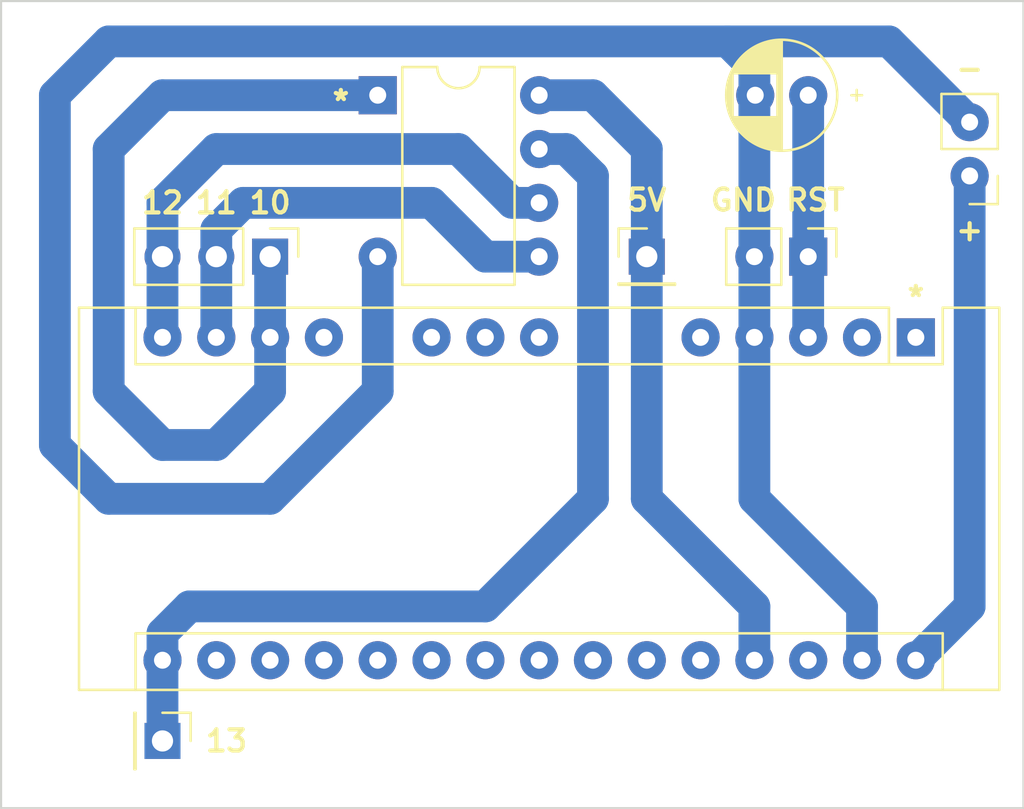
<source format=kicad_pcb>
(kicad_pcb (version 20211014) (generator pcbnew)
  (layers (0 "F.Cu" signal) (31 "B.Cu" signal) (34 "B.Paste" user) (35 "F.Paste" user) (36 "B.SilkS" user "B.Silkscreen") (37 "F.SilkS" user "F.Silkscreen") (38 "B.Mask" user) (39 "F.Mask" user) (44 "Edge.Cuts" user))
  (net 0 "")
  (net 1 "Net-(C1-Pad1)")
  (net 2 "GND")
  (net 3 "+5V")
  (net 4 "Net-(J5-Pad1)")
  (net 22 "Net-(U1-Pad27)")
  (net 24 "Net-(J4-Pad1)")
  (net 25 "Net-(J4-Pad2)")
  (net 26 "Net-(J4-Pad3)")
  (footprint "Connector_PinHeader_2.54mm:PinHeader_1x01_P2.54mm_Vertical" (layer "F.Cu") (at 154.94 90.17)
    (fp_text reference "J2" hide)
    (fp_text value "01x01" hide)
    (fp_line (start -1.33 -1.33) (end 0 -1.33) (layer "F.SilkS") (width 0.12))
    (fp_line (start -1.33 1.33) (end 1.33 1.33) (layer "F.SilkS") (width 0.12))
    (fp_line (start 1.33 1.27) (end 1.33 1.33) (layer "F.SilkS") (width 0.12))
    (fp_line (start -1.33 1.27) (end 1.33 1.27) (layer "F.SilkS") (width 0.12))
    (fp_line (start -1.33 1.27) (end -1.33 1.33) (layer "F.SilkS") (width 0.12))
    (fp_line (start -1.33 0) (end -1.33 -1.33) (layer "F.SilkS") (width 0.12))
    (pad "1" thru_hole rect (at 0 0) (size 1.7 1.7) (drill 1) (layers *.Cu *.Mask) (net 22 "Net-(U1-Pad27)"))
  )
  (footprint "Connector_PinHeader_2.54mm:PinHeader_1x01_P2.54mm_Vertical" (layer "F.Cu") (at 132.08 113.03 -90)
    (fp_text reference "J5" hide)
    (fp_text value "01x01" hide)
    (fp_line (start -1.33 0) (end -1.33 -1.33) (layer "F.SilkS") (width 0.12))
    (fp_line (start -1.33 1.27) (end -1.33 1.33) (layer "F.SilkS") (width 0.12))
    (fp_line (start -1.33 1.27) (end 1.33 1.27) (layer "F.SilkS") (width 0.12))
    (fp_line (start 1.33 1.27) (end 1.33 1.33) (layer "F.SilkS") (width 0.12))
    (fp_line (start -1.33 1.33) (end 1.33 1.33) (layer "F.SilkS") (width 0.12))
    (fp_line (start -1.33 -1.33) (end 0 -1.33) (layer "F.SilkS") (width 0.12))
    (pad "1" thru_hole rect (at 0 0 270) (size 1.7 1.7) (drill 1) (layers *.Cu *.Mask) (net 4 "Net-(J5-Pad1)"))
  )
  (footprint "Module:Arduino_Nano" (layer "F.Cu") (at 167.64 93.98 -90)
    (fp_text reference "U1" hide)
    (fp_text value "Arduino Nano v3.x")
    (fp_line (start 13.97 36.83) (end 16.64 36.83) (layer "F.SilkS") (width 0.12))
    (fp_line (start -1.4 -3.94) (end -1.4 -1.27) (layer "F.SilkS") (width 0.12))
    (fp_line (start 16.64 -3.94) (end -1.4 -3.94) (layer "F.SilkS") (width 0.12))
    (fp_line (start 13.97 -1.27) (end 16.64 -1.27) (layer "F.SilkS") (width 0.12))
    (fp_line (start 1.27 36.83) (end -1.4 36.83) (layer "F.SilkS") (width 0.12))
    (fp_line (start 1.27 1.27) (end 1.27 -1.27) (layer "F.SilkS") (width 0.12))
    (fp_line (start 1.27 -1.27) (end -1.4 -1.27) (layer "F.SilkS") (width 0.12))
    (fp_line (start 13.97 -1.27) (end 13.97 36.83) (layer "F.SilkS") (width 0.12))
    (fp_line (start -1.4 1.27) (end -1.4 39.5) (layer "F.SilkS") (width 0.12))
    (fp_line (start 16.64 39.5) (end 16.64 -3.94) (layer "F.SilkS") (width 0.12))
    (fp_line (start 1.27 1.27) (end 1.27 36.83) (layer "F.SilkS") (width 0.12))
    (fp_line (start -1.4 39.5) (end 16.64 39.5) (layer "F.SilkS") (width 0.12))
    (fp_line (start 1.27 1.27) (end -1.4 1.27) (layer "F.SilkS") (width 0.12))
    (pad "1" thru_hole rect (at 0 0 270) (size 1.8 1.8) (drill 0.8) (layers *.Cu *.Mask))
    (pad "2" thru_hole circle (at 0 2.54 270) (size 1.8 1.8) (drill 0.8) (layers *.Cu *.Mask))
    (pad "3" thru_hole circle (at 0 5.08 270) (size 1.8 1.8) (drill 0.8) (layers *.Cu *.Mask) (net 1 "Net-(C1-Pad1)"))
    (pad "4" thru_hole circle (at 0 7.62 270) (size 1.8 1.8) (drill 0.8) (layers *.Cu *.Mask) (net 2 "GND"))
    (pad "5" thru_hole circle (at 0 10.16 270) (size 1.8 1.8) (drill 0.8) (layers *.Cu *.Mask))
    (pad "8" thru_hole circle (at 0 17.78 270) (size 1.8 1.8) (drill 0.8) (layers *.Cu *.Mask))
    (pad "9" thru_hole circle (at 0 20.32 270) (size 1.8 1.8) (drill 0.8) (layers *.Cu *.Mask))
    (pad "10" thru_hole circle (at 0 22.86 270) (size 1.8 1.8) (drill 0.8) (layers *.Cu *.Mask))
    (pad "12" thru_hole circle (at 0 27.94 270) (size 1.8 1.8) (drill 0.8) (layers *.Cu *.Mask))
    (pad "13" thru_hole circle (at 0 30.48 270) (size 1.8 1.8) (drill 0.8) (layers *.Cu *.Mask) (net 24 "Net-(J4-Pad1)"))
    (pad "14" thru_hole circle (at 0 33.02 270) (size 1.8 1.8) (drill 0.8) (layers *.Cu *.Mask) (net 25 "Net-(J4-Pad2)"))
    (pad "15" thru_hole circle (at 0 35.56 270) (size 1.8 1.8) (drill 0.8) (layers *.Cu *.Mask) (net 26 "Net-(J4-Pad3)"))
    (pad "16" thru_hole circle (at 15.24 35.56 270) (size 1.8 1.8) (drill 0.8) (layers *.Cu *.Mask) (net 4 "Net-(J5-Pad1)"))
    (pad "17" thru_hole circle (at 15.24 33.02 270) (size 1.8 1.8) (drill 0.8) (layers *.Cu *.Mask))
    (pad "18" thru_hole circle (at 15.24 30.48 270) (size 1.8 1.8) (drill 0.8) (layers *.Cu *.Mask))
    (pad "19" thru_hole circle (at 15.24 27.94 270) (size 1.8 1.8) (drill 0.8) (layers *.Cu *.Mask))
    (pad "20" thru_hole circle (at 15.24 25.4 270) (size 1.8 1.8) (drill 0.8) (layers *.Cu *.Mask))
    (pad "21" thru_hole circle (at 15.24 22.86 270) (size 1.8 1.8) (drill 0.8) (layers *.Cu *.Mask))
    (pad "22" thru_hole circle (at 15.24 20.32 270) (size 1.8 1.8) (drill 0.8) (layers *.Cu *.Mask))
    (pad "23" thru_hole circle (at 15.24 17.78 270) (size 1.8 1.8) (drill 0.8) (layers *.Cu *.Mask))
    (pad "24" thru_hole circle (at 15.24 15.24 270) (size 1.8 1.8) (drill 0.8) (layers *.Cu *.Mask))
    (pad "25" thru_hole circle (at 15.24 12.7 270) (size 1.8 1.8) (drill 0.8) (layers *.Cu *.Mask))
    (pad "26" thru_hole circle (at 15.24 10.16 270) (size 1.8 1.8) (drill 0.8) (layers *.Cu *.Mask))
    (pad "27" thru_hole circle (at 15.24 7.62 270) (size 1.8 1.8) (drill 0.8) (layers *.Cu *.Mask) (net 22 "Net-(U1-Pad27)"))
    (pad "28" thru_hole circle (at 15.24 5.08 270) (size 1.8 1.8) (drill 0.8) (layers *.Cu *.Mask))
    (pad "29" thru_hole circle (at 15.24 2.54 270) (size 1.8 1.8) (drill 0.8) (layers *.Cu *.Mask) (net 2 "GND"))
    (pad "30" thru_hole circle (at 15.24 0 270) (size 1.8 1.8) (drill 0.8) (layers *.Cu *.Mask) (net 3 "+5V"))
  )
  (footprint "Package_DIP:DIP-8_W7.62mm" (layer "F.Cu") (at 142.24 82.55)
    (fp_text reference "U2" hide)
    (fp_text value "ATtiny85")
    (fp_line (start 1.16 8.95) (end 6.46 8.95) (layer "F.SilkS") (width 0.12))
    (fp_line (start 1.16 -1.33) (end 1.16 8.95) (layer "F.SilkS") (width 0.12))
    (fp_line (start 6.46 8.95) (end 6.46 -1.33) (layer "F.SilkS") (width 0.12))
    (fp_line (start 6.46 -1.33) (end 4.81 -1.33) (layer "F.SilkS") (width 0.12))
    (fp_line (start 2.81 -1.33) (end 1.16 -1.33) (layer "F.SilkS") (width 0.12))
    (fp_arc (start 4.81 -1.33) (mid 3.81 -0.33) (end 2.81 -1.33) (layer "F.SilkS") (width 0.12))
    (pad "1" thru_hole rect (at 0 0) (size 1.8 1.8) (drill 0.8) (layers *.Cu *.Mask) (net 24 "Net-(J4-Pad1)"))
    (pad "4" thru_hole circle (at 0 7.62) (size 1.8 1.8) (drill 0.8) (layers *.Cu *.Mask) (net 2 "GND"))
    (pad "5" thru_hole circle (at 7.62 7.62) (size 1.8 1.8) (drill 0.8) (layers *.Cu *.Mask) (net 25 "Net-(J4-Pad2)"))
    (pad "6" thru_hole circle (at 7.62 5.08) (size 1.8 1.8) (drill 0.8) (layers *.Cu *.Mask) (net 26 "Net-(J4-Pad3)"))
    (pad "7" thru_hole circle (at 7.62 2.54) (size 1.8 1.8) (drill 0.8) (layers *.Cu *.Mask) (net 4 "Net-(J5-Pad1)"))
    (pad "8" thru_hole circle (at 7.62 0) (size 1.8 1.8) (drill 0.8) (layers *.Cu *.Mask) (net 22 "Net-(U1-Pad27)"))
  )
  (footprint "Connector_PinHeader_2.54mm:PinHeader_1x02_P2.54mm_Vertical" (layer "F.Cu") (at 162.56 90.17 -90)
    (fp_text reference "J3" hide)
    (fp_text value "01x02" hide)
    (fp_line (start -1.33 0) (end -1.33 -1.33) (layer "F.SilkS") (width 0.12))
    (fp_line (start 1.33 1.27) (end 1.33 3.87) (layer "F.SilkS") (width 0.12))
    (fp_line (start -1.33 1.27) (end -1.33 3.87) (layer "F.SilkS") (width 0.12))
    (fp_line (start -1.33 -1.33) (end 0 -1.33) (layer "F.SilkS") (width 0.12))
    (fp_line (start -1.33 3.87) (end 1.33 3.87) (layer "F.SilkS") (width 0.12))
    (fp_line (start -1.33 1.27) (end 1.33 1.27) (layer "F.SilkS") (width 0.12))
    (pad "1" thru_hole rect (at 0 0 270) (size 1.8 1.8) (drill 0.8) (layers *.Cu *.Mask) (net 1 "Net-(C1-Pad1)"))
    (pad "2" thru_hole circle (at 0 2.54 270) (size 1.8 1.8) (drill 0.8) (layers *.Cu *.Mask) (net 2 "GND"))
  )
  (footprint "Capacitor_THT:CP_Radial_D5.0mm_P2.50mm" (layer "F.Cu") (at 162.56 82.55 180)
    (fp_text reference "C1" hide)
    (fp_text value "10uF")
    (fp_line (start 2.331 1.04) (end 2.331 2.348) (layer "F.SilkS") (width 0.12))
    (fp_line (start 1.81 -2.52) (end 1.81 -1.04) (layer "F.SilkS") (width 0.12))
    (fp_line (start -2.29 -0.25) (end -2.29 0.25) (layer "F.SilkS") (width 0.12))
    (fp_line (start 2.611 1.04) (end 2.611 2.2) (layer "F.SilkS") (width 0.12))
    (fp_line (start 2.131 1.04) (end 2.131 2.428) (layer "F.SilkS") (width 0.12))
    (fp_line (start 2.411 1.04) (end 2.411 2.31) (layer "F.SilkS") (width 0.12))
    (fp_line (start 3.451 1.04) (end 3.451 1.383) (layer "F.SilkS") (width 0.12))
    (fp_line (start 2.091 1.04) (end 2.091 2.442) (layer "F.SilkS") (width 0.12))
    (fp_line (start 1.45 -2.573) (end 1.45 2.573) (layer "F.SilkS") (width 0.12))
    (fp_line (start 2.691 -2.149) (end 2.691 -1.04) (layer "F.SilkS") (width 0.12))
    (fp_line (start 3.491 1.04) (end 3.491 1.319) (layer "F.SilkS") (width 0.12))
    (fp_line (start 3.251 1.04) (end 3.251 1.653) (layer "F.SilkS") (width 0.12))
    (fp_line (start 3.691 -0.915) (end 3.691 0.915) (layer "F.SilkS") (width 0.12))
    (fp_line (start 2.931 -1.971) (end 2.931 -1.04) (layer "F.SilkS") (width 0.12))
    (fp_line (start 2.491 1.04) (end 2.491 2.268) (layer "F.SilkS") (width 0.12))
    (fp_line (start 1.25 -2.58) (end 1.25 2.58) (layer "F.SilkS") (width 0.12))
    (fp_line (start 2.891 -2.004) (end 2.891 -1.04) (layer "F.SilkS") (width 0.12))
    (fp_line (start 3.411 1.04) (end 3.411 1.443) (layer "F.SilkS") (width 0.12))
    (fp_line (start 1.93 1.04) (end 1.93 2.491) (layer "F.SilkS") (width 0.12))
    (fp_line (start 2.771 -2.095) (end 2.771 -1.04) (layer "F.SilkS") (width 0.12))
    (fp_line (start 3.171 1.04) (end 3.171 1.743) (layer "F.SilkS") (width 0.12))
    (fp_line (start 3.291 1.04) (end 3.291 1.605) (layer "F.SilkS") (width 0.12))
    (fp_line (start 1.53 1.04) (end 1.53 2.565) (layer "F.SilkS") (width 0.12))
    (fp_line (start 3.371 -1.5) (end 3.371 -1.04) (layer "F.SilkS") (width 0.12))
    (fp_line (start 1.89 -2.501) (end 1.89 -1.04) (layer "F.SilkS") (width 0.12))
    (fp_line (start 2.891 1.04) (end 2.891 2.004) (layer "F.SilkS") (width 0.12))
    (fp_line (start 2.051 1.04) (end 2.051 2.455) (layer "F.SilkS") (width 0.12))
    (fp_line (start 2.451 1.04) (end 2.451 2.29) (layer "F.SilkS") (width 0.12))
    (fp_line (start 2.651 -2.175) (end 2.651 -1.04) (layer "F.SilkS") (width 0.12))
    (fp_line (start 1.61 -2.556) (end 1.61 -1.04) (layer "F.SilkS") (width 0.12))
    (fp_line (start 3.811 -0.518) (end 3.811 0.518) (layer "F.SilkS") (width 0.12))
    (fp_line (start 1.37 -2.578) (end 1.37 2.578) (layer "F.SilkS") (width 0.12))
    (fp_line (start 1.77 -2.528) (end 1.77 -1.04) (layer "F.SilkS") (width 0.12))
    (fp_line (start 1.57 1.04) (end 1.57 2.561) (layer "F.SilkS") (width 0.12))
    (fp_line (start 2.931 1.04) (end 2.931 1.971) (layer "F.SilkS") (width 0.12))
    (fp_line (start 3.331 1.04) (end 3.331 1.554) (layer "F.SilkS") (width 0.12))
    (fp_line (start 3.251 -1.653) (end 3.251 -1.04) (layer "F.SilkS") (width 0.12))
    (fp_line (start 3.091 -1.826) (end 3.091 -1.04) (layer "F.SilkS") (width 0.12))
    (fp_line (start 2.371 1.04) (end 2.371 2.329) (layer "F.SilkS") (width 0.12))
    (fp_line (start 2.491 -2.268) (end 2.491 -1.04) (layer "F.SilkS") (width 0.12))
    (fp_line (start 1.29 -2.58) (end 1.29 2.58) (layer "F.SilkS") (width 0.12))
    (fp_line (start 2.811 -2.065) (end 2.811 -1.04) (layer "F.SilkS") (width 0.12))
    (fp_line (start 3.011 1.04) (end 3.011 1.901) (layer "F.SilkS") (width 0.12))
    (fp_line (start 2.851 -2.035) (end 2.851 -1.04) (layer "F.SilkS") (width 0.12))
    (fp_line (start 3.211 -1.699) (end 3.211 -1.04) (layer "F.SilkS") (width 0.12))
    (fp_line (start 2.251 -2.382) (end 2.251 -1.04) (layer "F.SilkS") (width 0.12))
    (fp_line (start 2.971 -1.937) (end 2.971 -1.04) (layer "F.SilkS") (width 0.12))
    (fp_line (start 3.371 1.04) (end 3.371 1.5) (layer "F.SilkS") (width 0.12))
    (fp_line (start 1.89 1.04) (end 1.89 2.501) (layer "F.SilkS") (width 0.12))
    (fp_line (start 1.93 -2.491) (end 1.93 -1.04) (layer "F.SilkS") (width 0.12))
    (fp_line (start 2.731 1.04) (end 2.731 2.122) (layer "F.SilkS") (width 0.12))
    (fp_line (start 3.651 -1.011) (end 3.651 1.011) (layer "F.SilkS") (width 0.12))
    (fp_line (start 2.291 -2.365) (end 2.291 -1.04) (layer "F.SilkS") (width 0.12))
    (fp_line (start 1.77 1.04) (end 1.77 2.528) (layer "F.SilkS") (width 0.12))
    (fp_line (start 1.65 1.04) (end 1.65 2.55) (layer "F.SilkS") (width 0.12))
    (fp_line (start 2.811 1.04) (end 2.811 2.065) (layer "F.SilkS") (width 0.12))
    (fp_line (start 1.81 1.04) (end 1.81 2.52) (layer "F.SilkS") (width 0.12))
    (fp_line (start 3.291 -1.605) (end 3.291 -1.04) (layer "F.SilkS") (width 0.12))
    (fp_line (start 1.69 1.04) (end 1.69 2.543) (layer "F.SilkS") (width 0.12))
    (fp_line (start 2.611 -2.2) (end 2.611 -1.04) (layer "F.SilkS") (width 0.12))
    (fp_line (start 2.291 1.04) (end 2.291 2.365) (layer "F.SilkS") (width 0.12))
    (fp_line (start 2.571 1.04) (end 2.571 2.224) (layer "F.SilkS") (width 0.12))
    (fp_line (start 1.73 -2.536) (end 1.73 -1.04) (layer "F.SilkS") (width 0.12))
    (fp_line (start 2.251 1.04) (end 2.251 2.382) (layer "F.SilkS") (width 0.12))
    (fp_line (start 3.411 -1.443) (end 3.411 -1.04) (layer "F.SilkS") (width 0.12))
    (fp_line (start 3.011 -1.901) (end 3.011 -1.04) (layer "F.SilkS") (width 0.12))
    (fp_line (start 3.611 -1.098) (end 3.611 1.098) (layer "F.SilkS") (width 0.12))
    (fp_line (start 2.171 1.04) (end 2.171 2.414) (layer "F.SilkS") (width 0.12))
    (fp_line (start 1.85 1.04) (end 1.85 2.511) (layer "F.SilkS") (width 0.12))
    (fp_line (start 3.531 1.04) (end 3.531 1.251) (layer "F.SilkS") (width 0.12))
    (fp_line (start 3.571 -1.178) (end 3.571 1.178) (layer "F.SilkS") (width 0.12))
    (fp_line (start -2.54 0) (end -2.04 0) (layer "F.SilkS") (width 0.12))
    (fp_line (start 2.371 -2.329) (end 2.371 -1.04) (layer "F.SilkS") (width 0.12))
    (fp_line (start 3.491 -1.319) (end 3.491 -1.04) (layer "F.SilkS") (width 0.12))
    (fp_line (start 1.49 -2.569) (end 1.49 -1.04) (layer "F.SilkS") (width 0.12))
    (fp_line (start 1.41 -2.576) (end 1.41 2.576) (layer "F.SilkS") (width 0.12))
    (fp_line (start 3.451 -1.383) (end 3.451 -1.04) (layer "F.SilkS") (width 0.12))
    (fp_line (start 3.851 -0.284) (end 3.851 0.284) (layer "F.SilkS") (width 0.12))
    (fp_line (start 1.53 -2.565) (end 1.53 -1.04) (layer "F.SilkS") (width 0.12))
    (fp_line (start 2.091 -2.442) (end 2.091 -1.04) (layer "F.SilkS") (width 0.12))
    (fp_line (start 2.051 -2.455) (end 2.051 -1.04) (layer "F.SilkS") (width 0.12))
    (fp_line (start 2.691 1.04) (end 2.691 2.149) (layer "F.SilkS") (width 0.12))
    (fp_line (start 1.971 -2.48) (end 1.971 -1.04) (layer "F.SilkS") (width 0.12))
    (fp_line (start 2.011 -2.468) (end 2.011 -1.04) (layer "F.SilkS") (width 0.12))
    (fp_line (start 3.331 -1.554) (end 3.331 -1.04) (layer "F.SilkS") (width 0.12))
    (fp_line (start 2.211 1.04) (end 2.211 2.398) (layer "F.SilkS") (width 0.12))
    (fp_line (start 1.971 1.04) (end 1.971 2.48) (layer "F.SilkS") (width 0.12))
    (fp_line (start 1.73 1.04) (end 1.73 2.536) (layer "F.SilkS") (width 0.12))
    (fp_line (start 1.57 -2.561) (end 1.57 -1.04) (layer "F.SilkS") (width 0.12))
    (fp_line (start 3.771 -0.677) (end 3.771 0.677) (layer "F.SilkS") (width 0.12))
    (fp_line (start 1.69 -2.543) (end 1.69 -1.04) (layer "F.SilkS") (width 0.12))
    (fp_line (start 2.211 -2.398) (end 2.211 -1.04) (layer "F.SilkS") (width 0.12))
    (fp_line (start 2.971 1.04) (end 2.971 1.937) (layer "F.SilkS") (width 0.12))
    (fp_line (start 3.171 -1.743) (end 3.171 -1.04) (layer "F.SilkS") (width 0.12))
    (fp_line (start 1.49 1.04) (end 1.49 2.569) (layer "F.SilkS") (width 0.12))
    (fp_line (start 1.33 -2.579) (end 1.33 2.579) (layer "F.SilkS") (width 0.12))
    (fp_line (start 2.851 1.04) (end 2.851 2.035) (layer "F.SilkS") (width 0.12))
    (fp_line (start 2.651 1.04) (end 2.651 2.175) (layer "F.SilkS") (width 0.12))
    (fp_line (start 3.091 1.04) (end 3.091 1.826) (layer "F.SilkS") (width 0.12))
    (fp_line (start 1.85 -2.511) (end 1.85 -1.04) (layer "F.SilkS") (width 0.12))
    (fp_line (start 2.411 -2.31) (end 2.411 -1.04) (layer "F.SilkS") (width 0.12))
    (fp_line (start 2.771 1.04) (end 2.771 2.095) (layer "F.SilkS") (width 0.12))
    (fp_line (start 1.61 1.04) (end 1.61 2.556) (layer "F.SilkS") (width 0.12))
    (fp_line (start 2.011 1.04) (end 2.011 2.468) (layer "F.SilkS") (width 0.12))
    (fp_line (start 1.65 -2.55) (end 1.65 -1.04) (layer "F.SilkS") (width 0.12))
    (fp_line (start 2.531 1.04) (end 2.531 2.247) (layer "F.SilkS") (width 0.12))
    (fp_line (start 2.331 -2.348) (end 2.331 -1.04) (layer "F.SilkS") (width 0.12))
    (fp_line (start 3.211 1.04) (end 3.211 1.699) (layer "F.SilkS") (width 0.12))
    (fp_line (start 3.531 -1.251) (end 3.531 -1.04) (layer "F.SilkS") (width 0.12))
    (fp_line (start 2.531 -2.247) (end 2.531 -1.04) (layer "F.SilkS") (width 0.12))
    (fp_line (start 2.731 -2.122) (end 2.731 -1.04) (layer "F.SilkS") (width 0.12))
    (fp_line (start 3.131 -1.785) (end 3.131 -1.04) (layer "F.SilkS") (width 0.12))
    (fp_line (start 3.051 1.04) (end 3.051 1.864) (layer "F.SilkS") (width 0.12))
    (fp_line (start 3.131 1.04) (end 3.131 1.785) (layer "F.SilkS") (width 0.12))
    (fp_line (start 2.171 -2.414) (end 2.171 -1.04) (layer "F.SilkS") (width 0.12))
    (fp_line (start 2.131 -2.428) (end 2.131 -1.04) (layer "F.SilkS") (width 0.12))
    (fp_line (start 2.451 -2.29) (end 2.451 -1.04) (layer "F.SilkS") (width 0.12))
    (fp_line (start 3.051 -1.864) (end 3.051 -1.04) (layer "F.SilkS") (width 0.12))
    (fp_line (start 2.571 -2.224) (end 2.571 -1.04) (layer "F.SilkS") (width 0.12))
    (fp_line (start 3.731 -0.805) (end 3.731 0.805) (layer "F.SilkS") (width 0.12))
    (fp_circle (center 1.25 0) (end 3.87 0) (layer "F.SilkS") (width 0.12) (fill none))
    (pad "1" thru_hole circle (at 0 0 180) (size 1.8 1.8) (drill 0.8) (layers *.Cu *.Mask) (net 1 "Net-(C1-Pad1)"))
    (pad "2" thru_hole circle (at 2.5 0 180) (size 1.8 1.8) (drill 0.8) (layers *.Cu *.Mask) (net 2 "GND"))
  )
  (footprint "Connector_PinHeader_2.54mm:PinHeader_1x02_P2.54mm_Vertical" (layer "F.Cu") (at 170.18 86.36 180)
    (fp_text reference "J1" hide)
    (fp_text value "PWR NANO")
    (fp_line (start -1.33 0) (end -1.33 -1.33) (layer "F.SilkS") (width 0.12))
    (fp_line (start -1.33 -1.33) (end 0 -1.33) (layer "F.SilkS") (width 0.12))
    (fp_line (start -1.33 1.27) (end 1.33 1.27) (layer "F.SilkS") (width 0.12))
    (fp_line (start 1.33 1.27) (end 1.33 3.87) (layer "F.SilkS") (width 0.12))
    (fp_line (start -1.33 3.87) (end 1.33 3.87) (layer "F.SilkS") (width 0.12))
    (fp_line (start -1.33 1.27) (end -1.33 3.87) (layer "F.SilkS") (width 0.12))
    (pad "1" thru_hole circle (at 0 0 180) (size 1.8 1.8) (drill 0.8) (layers *.Cu *.Mask) (net 3 "+5V"))
    (pad "2" thru_hole circle (at 0 2.54 180) (size 1.8 1.8) (drill 0.8) (layers *.Cu *.Mask) (net 2 "GND"))
  )
  (footprint "Connector_PinHeader_2.54mm:PinHeader_1x03_P2.54mm_Vertical" (layer "F.Cu") (at 137.16 90.17 -90)
    (fp_text reference "J4" hide)
    (fp_text value "01x03" hide)
    (fp_line (start -1.33 0) (end -1.33 -1.33) (layer "F.SilkS") (width 0.12))
    (fp_line (start -1.33 6.41) (end 1.33 6.41) (layer "F.SilkS") (width 0.12))
    (fp_line (start 1.33 1.27) (end 1.33 6.41) (layer "F.SilkS") (width 0.12))
    (fp_line (start -1.33 -1.33) (end 0 -1.33) (layer "F.SilkS") (width 0.12))
    (fp_line (start -1.33 1.27) (end -1.33 6.41) (layer "F.SilkS") (width 0.12))
    (fp_line (start -1.33 1.27) (end 1.33 1.27) (layer "F.SilkS") (width 0.12))
    (pad "1" thru_hole rect (at 0 0 270) (size 1.7 1.7) (drill 1) (layers *.Cu *.Mask) (net 24 "Net-(J4-Pad1)"))
    (pad "2" thru_hole oval (at 0 2.54 270) (size 1.7 1.7) (drill 1) (layers *.Cu *.Mask) (net 25 "Net-(J4-Pad2)"))
    (pad "3" thru_hole oval (at 0 5.08 270) (size 1.7 1.7) (drill 1) (layers *.Cu *.Mask) (net 26 "Net-(J4-Pad3)"))
  )
  (gr_line (start 124.46 78.105) (end 124.46 116.205) (layer "Edge.Cuts") (width 0.1))
  (gr_line (start 172.72 78.105) (end 124.46 78.105) (layer "Edge.Cuts") (width 0.1))
  (gr_line (start 124.46 116.205) (end 172.72 116.205) (layer "Edge.Cuts") (width 0.1))
  (gr_line (start 172.72 116.205) (end 172.72 78.105) (layer "Edge.Cuts") (width 0.1))
  (gr_text "12" (at 132.08 87.63) (layer "F.SilkS") (effects (font (size 1 1) (thickness 0.2))))
  (gr_text "+" (at 170.18 88.9) (layer "F.SilkS") (effects (font (size 1 1) (thickness 0.2))))
  (gr_text "RST" (at 162.9 87.5) (layer "F.SilkS") (effects (font (size 1 1) (thickness 0.2))))
  (gr_text "11" (at 134.62 87.63) (layer "F.SilkS") (effects (font (size 1 1) (thickness 0.2))))
  (gr_text "GND" (at 159.5 87.5) (layer "F.SilkS") (effects (font (size 1 1) (thickness 0.2))))
  (gr_text "-" (at 170.18 81.28) (layer "F.SilkS") (effects (font (size 1 1) (thickness 0.2))))
  (gr_text "5V" (at 154.94 87.5) (layer "F.SilkS") (effects (font (size 1 1) (thickness 0.2))))
  (gr_text "13" (at 135.1 113.03) (layer "F.SilkS") (effects (font (size 1 1) (thickness 0.2))))
  (gr_text "*" (at 167.64 92.1) (layer "F.SilkS") (effects (font (size 1 1) (thickness 0.2))))
  (gr_text "10" (at 137.16 87.63) (layer "F.SilkS") (effects (font (size 1 1) (thickness 0.2))))
  (gr_text "*" (at 140.5 82.85) (layer "F.SilkS") (effects (font (size 1 1) (thickness 0.2))))
  (segment (start 162.56 93.98) (end 162.56 82.55) (width 1.5) (layer "B.Cu") (net 1))
  (segment (start 158.75 80.01) (end 129.54 80.01) (width 1.5) (layer "B.Cu") (net 2))
  (segment (start 129.54 101.6) (end 137.16 101.6) (width 1.5) (layer "B.Cu") (net 2))
  (segment (start 137.16 101.6) (end 142.24 96.52) (width 1.5) (layer "B.Cu") (net 2))
  (segment (start 160.02 81.28) (end 158.75 80.01) (width 1.5) (layer "B.Cu") (net 2))
  (segment (start 127 82.55) (end 127 99.06) (width 1.5) (layer "B.Cu") (net 2))
  (segment (start 129.54 80.01) (end 127 82.55) (width 1.5) (layer "B.Cu") (net 2))
  (segment (start 127 99.06) (end 129.54 101.6) (width 1.5) (layer "B.Cu") (net 2))
  (segment (start 160.02 101.6) (end 160.02 93.98) (width 1.5) (layer "B.Cu") (net 2))
  (segment (start 165.1 106.68) (end 160.02 101.6) (width 1.5) (layer "B.Cu") (net 2))
  (segment (start 160.02 93.98) (end 160.02 81.28) (width 1.5) (layer "B.Cu") (net 2))
  (segment (start 170.18 83.82) (end 166.37 80.01) (width 1.5) (layer "B.Cu") (net 2))
  (segment (start 165.1 109.22) (end 165.1 106.68) (width 1.5) (layer "B.Cu") (net 2))
  (segment (start 142.24 96.52) (end 142.24 90.17) (width 1.5) (layer "B.Cu") (net 2))
  (segment (start 166.37 80.01) (end 158.75 80.01) (width 1.5) (layer "B.Cu") (net 2))
  (segment (start 170.18 106.68) (end 170.18 86.36) (width 1.5) (layer "B.Cu") (net 3))
  (segment (start 167.64 109.22) (end 170.18 106.68) (width 1.5) (layer "B.Cu") (net 3))
  (segment (start 147.32 106.68) (end 133.347208 106.68) (width 1.5) (layer "B.Cu") (net 4))
  (segment (start 152.4 101.6) (end 147.32 106.68) (width 1.5) (layer "B.Cu") (net 4))
  (segment (start 132.08 107.947208) (end 132.08 109.22) (width 1.5) (layer "B.Cu") (net 4))
  (segment (start 151.132792 85.09) (end 152.4 86.357208) (width 1.5) (layer "B.Cu") (net 4))
  (segment (start 149.86 85.09) (end 151.132792 85.09) (width 1.5) (layer "B.Cu") (net 4))
  (segment (start 132.08 109.22) (end 132.08 113.03) (width 1.5) (layer "B.Cu") (net 4))
  (segment (start 133.347208 106.68) (end 132.08 107.947208) (width 1.5) (layer "B.Cu") (net 4))
  (segment (start 152.4 101.6) (end 152.4 86.357208) (width 1.5) (layer "B.Cu") (net 4))
  (segment (start 154.94 101.6) (end 160.02 106.68) (width 1.5) (layer "B.Cu") (net 22))
  (segment (start 154.94 101.6) (end 154.94 85.09) (width 1.5) (layer "B.Cu") (net 22))
  (segment (start 152.4 82.55) (end 154.94 85.09) (width 1.5) (layer "B.Cu") (net 22))
  (segment (start 149.86 82.55) (end 152.4 82.55) (width 1.5) (layer "B.Cu") (net 22))
  (segment (start 160.02 106.68) (end 160.02 109.22) (width 1.5) (layer "B.Cu") (net 22))
  (segment (start 129.54 96.52) (end 129.54 85.09) (width 1.5) (layer "B.Cu") (net 24))
  (segment (start 137.16 93.98) (end 137.16 96.52) (width 1.5) (layer "B.Cu") (net 24))
  (segment (start 129.54 85.09) (end 132.08 82.55) (width 1.5) (layer "B.Cu") (net 24))
  (segment (start 137.16 96.52) (end 134.62 99.06) (width 1.5) (layer "B.Cu") (net 24))
  (segment (start 134.62 99.06) (end 132.08 99.06) (width 1.5) (layer "B.Cu") (net 24))
  (segment (start 137.16 90.17) (end 137.16 93.98) (width 1.5) (layer "B.Cu") (net 24))
  (segment (start 132.08 82.55) (end 142.24 82.55) (width 1.5) (layer "B.Cu") (net 24))
  (segment (start 132.08 99.06) (end 129.54 96.52) (width 1.5) (layer "B.Cu") (net 24))
  (segment (start 144.78 87.63) (end 135.887208 87.63) (width 1.5) (layer "B.Cu") (net 25))
  (segment (start 134.62 88.897208) (end 135.887208 87.63) (width 1.5) (layer "B.Cu") (net 25))
  (segment (start 147.32 90.17) (end 144.78 87.63) (width 1.5) (layer "B.Cu") (net 25))
  (segment (start 134.62 88.9) (end 134.62 93.98) (width 1.5) (layer "B.Cu") (net 25))
  (segment (start 149.86 90.17) (end 147.32 90.17) (width 1.5) (layer "B.Cu") (net 25))
  (segment (start 148.587208 87.63) (end 146.047208 85.09) (width 1.5) (layer "B.Cu") (net 26))
  (segment (start 149.86 87.63) (end 148.587208 87.63) (width 1.5) (layer "B.Cu") (net 26))
  (segment (start 146.047208 85.09) (end 134.62 85.09) (width 1.5) (layer "B.Cu") (net 26))
  (segment (start 134.62 85.09) (end 132.08 87.63) (width 1.5) (layer "B.Cu") (net 26))
  (segment (start 132.08 93.98) (end 132.08 87.63) (width 1.5) (layer "B.Cu") (net 26))
)
</source>
